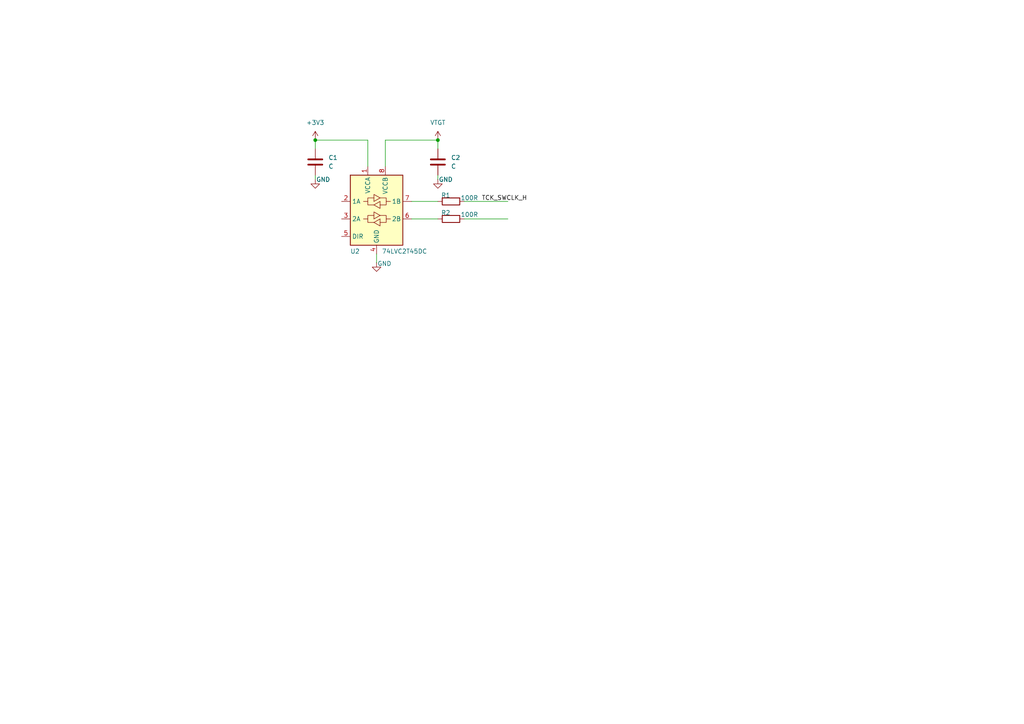
<source format=kicad_sch>
(kicad_sch (version 20231120) (generator "eeschema") (generator_version "8.0")
  (paper "A4")
  (lib_symbols
    (symbol "Device:C" (pin_numbers hide) (pin_names (offset 0.254))
      (property "Reference" "C" (at 0.635 2.54 0))
      (property "Value" "C" (at 0.635 -2.54 0))
      (symbol "C_0_1"
        (polyline (pts (xy -2.032 -0.762) (xy 2.032 -0.762)) (stroke (width 0.508)))
        (polyline (pts (xy -2.032 0.762) (xy 2.032 0.762)) (stroke (width 0.508)))
      )
      (symbol "C_1_1"
        (pin passive line (at 0 3.81 270) (length 2.794) (name "~") (number "1"))
        (pin passive line (at 0 -3.81 90) (length 2.794) (name "~") (number "2"))
      )
    )
    (symbol "Device:R" (pin_numbers hide) (pin_names (offset 0))
      (property "Reference" "R" (at 2.032 0 90))
      (property "Value" "R" (at 0 0 90))
      (symbol "R_0_1"
        (rectangle (start -1.016 -2.54) (end 1.016 2.54) (stroke (width 0.254)))
      )
      (symbol "R_1_1"
        (pin passive line (at 0 3.81 270) (length 1.27) (name "~") (number "1"))
        (pin passive line (at 0 -3.81 90) (length 1.27) (name "~") (number "2"))
      )
    )
    (symbol "Logic_LevelTranslator:74LVC2T45DC"
      (property "Reference" "U" (at 6.35 -11.43 0))
      (property "Value" "74LVC2T45DC" (at 10.16 11.43 0))
      (symbol "74LVC2T45DC_1_1"
        (rectangle (start -7.62 10.16) (end 7.62 -10.16) (stroke (width 0.254)) (fill (type background)))
        (polyline (pts (xy -2.54 -2.54) (xy -2.54 -1.524) (xy -0.762 -1.524)))
        (polyline (pts (xy -2.54 2.54) (xy -2.54 3.556) (xy -0.762 3.556)))
        (polyline (pts (xy 2.794 -2.54) (xy 2.794 -3.556) (xy 1.016 -3.556)))
        (polyline (pts (xy 2.794 2.54) (xy 2.794 1.524) (xy 1.016 1.524)))
        (polyline (pts (xy -0.762 -3.556) (xy -2.54 -3.556) (xy -2.54 -2.54) (xy -3.81 -2.54)))
        (polyline (pts (xy -0.762 -2.54) (xy -0.762 -0.508) (xy 1.016 -1.524) (xy -0.762 -2.54)))
        (polyline (pts (xy -0.762 1.524) (xy -2.54 1.524) (xy -2.54 2.54) (xy -3.81 2.54)))
        (polyline (pts (xy -0.762 2.54) (xy -0.762 4.572) (xy 1.016 3.556) (xy -0.762 2.54)))
        (polyline (pts (xy 1.016 -1.524) (xy 2.794 -1.524) (xy 2.794 -2.54) (xy 4.064 -2.54)))
        (polyline (pts (xy 1.016 3.556) (xy 2.794 3.556) (xy 2.794 2.54) (xy 4.064 2.54)))
        (polyline (pts (xy 1.016 -2.54) (xy 1.016 -4.318) (xy 1.016 -4.572) (xy -0.762 -3.556) (xy 1.016 -2.54)))
        (polyline (pts (xy 1.016 2.54) (xy 1.016 0.762) (xy 1.016 0.508) (xy -0.762 1.524) (xy 1.016 2.54)))
        (pin power_in line (at -2.54 12.7 270) (length 2.54) (name "VCCA") (number "1"))
        (pin bidirectional line (at -10.16 2.54 0) (length 2.54) (name "1A") (number "2"))
        (pin bidirectional line (at -10.16 -2.54 0) (length 2.54) (name "2A") (number "3"))
        (pin power_in line (at 0 -12.7 90) (length 2.54) (name "GND") (number "4"))
        (pin input line (at -10.16 -7.62 0) (length 2.54) (name "DIR") (number "5"))
        (pin bidirectional line (at 10.16 -2.54 180) (length 2.54) (name "2B") (number "6"))
        (pin bidirectional line (at 10.16 2.54 180) (length 2.54) (name "1B") (number "7"))
        (pin power_in line (at 2.54 12.7 270) (length 2.54) (name "VCCB") (number "8"))
      )
    )
    (symbol "power:+3V3" (power) (pin_numbers hide) (pin_names (offset 0) hide)
      (property "Value" "+3V3" (at 0 3.556 0))
      (symbol "+3V3_0_1"
        (polyline (pts (xy -0.762 1.27) (xy 0 2.54)))
        (polyline (pts (xy 0 0) (xy 0 2.54)))
        (polyline (pts (xy 0 2.54) (xy 0.762 1.27)))
      )
      (symbol "+3V3_1_1"
        (pin power_in line (at 0 0 90) (length 0) (name "~") (number "1"))
      )
    )
    (symbol "power:GND" (power) (pin_numbers hide) (pin_names (offset 0) hide)
      (property "Value" "GND" (at 0 -3.81 0))
      (symbol "GND_0_1"
        (polyline (pts (xy 0 0) (xy 0 -1.27) (xy 1.27 -1.27) (xy 0 -2.54) (xy -1.27 -1.27) (xy 0 -1.27)))
      )
      (symbol "GND_1_1"
        (pin power_in line (at 0 0 270) (length 0) (name "~") (number "1"))
      )
    )
  )
  (junction (at 91.44 40.64))
  (junction (at 127 40.64))
  (wire (pts (xy 127 40.64) (xy 127 43.18)))
  (wire (pts (xy 91.44 40.64) (xy 91.44 43.18)))
  (wire (pts (xy 134.62 63.5) (xy 147.32 63.5)))
  (wire (pts (xy 127 40.64) (xy 111.76 40.64)))
  (wire (pts (xy 134.62 58.42) (xy 147.32 58.42)))
  (wire (pts (xy 111.76 40.64) (xy 111.76 48.26)))
  (wire (pts (xy 109.22 73.66) (xy 109.22 76.2)))
  (wire (pts (xy 91.44 50.8) (xy 91.44 52.07)))
  (wire (pts (xy 127 50.8) (xy 127 52.07)))
  (wire (pts (xy 106.68 48.26) (xy 106.68 40.64)))
  (wire (pts (xy 119.38 58.42) (xy 127 58.42)))
  (wire (pts (xy 91.44 40.64) (xy 106.68 40.64)))
  (wire (pts (xy 119.38 63.5) (xy 127 63.5)))
  (label "TCK_SWCLK_H" (at 139.7 58.42 0))
  (symbol (lib_id "Device:C") (at 127 46.99 0) (unit 1)
    (property "Reference" "C2" (at 130.81 45.7199 0) (effects (justify left)))
    (property "Value" "C" (at 130.81 48.2599 0) (effects (justify left)))
    (property "Description" "Unpolarized capacitor" (effects (hide yes)))
  )
  (symbol (lib_id "power:GND") (at 91.44 52.07 0) (unit 1)
    (property "Reference" "#PWR03" (effects (hide yes)))
    (property "Value" "GND" (at 93.726 52.07 0))
    (property "Description" "Power symbol creates a global label with name \"GND\" , ground" (effects (hide yes)))
  )
  (symbol (lib_id "Device:R") (at 130.81 58.42 90) (unit 1)
    (property "Reference" "R1" (at 129.286 56.642 90))
    (property "Value" "100R" (at 136.144 57.404 90))
    (property "Description" "Resistor" (effects (hide yes)))
  )
  (symbol (lib_id "power:GND") (at 127 52.07 0) (unit 1)
    (property "Reference" "#PWR05" (effects (hide yes)))
    (property "Value" "GND" (at 129.286 52.07 0))
    (property "Description" "Power symbol creates a global label with name \"GND\" , ground" (effects (hide yes)))
  )
  (symbol (lib_id "power:+3V3") (at 91.44 40.64 0) (unit 1)
    (property "Reference" "#PWR02" (effects (hide yes)))
    (property "Value" "+3V3" (at 91.44 35.56 0))
    (property "Description" "Power symbol creates a global label with name \"+3V3\"" (effects (hide yes)))
  )
  (symbol (lib_id "Logic_LevelTranslator:74LVC2T45DC") (at 109.22 60.96 0) (unit 1)
    (property "Reference" "U2" (at 101.6 72.898 0) (effects (justify left)))
    (property "Value" "74LVC2T45DC" (at 110.744 72.898 0) (effects (justify left)))
    (property "Footprint" "Package_SO:VSSOP-8_2.3x2mm_P0.5mm" (effects (hide yes)))
    (property "Datasheet" "https://assets.nexperia.com/documents/data-sheet/74LVC_LVCH2T45.pdf" (effects (hide yes)))
    (property "Description" "Dual supply translating transceiver, 3-state, 2-bit, VSSOP-8" (effects (hide yes)))
  )
  (symbol (lib_id "power:GND") (at 109.22 76.2 0) (unit 1)
    (property "Reference" "#PWR01" (effects (hide yes)))
    (property "Value" "GND" (at 111.506 76.454 0))
    (property "Description" "Power symbol creates a global label with name \"GND\" , ground" (effects (hide yes)))
  )
  (symbol (lib_id "Device:C") (at 91.44 46.99 0) (unit 1)
    (property "Reference" "C1" (at 95.25 45.7199 0) (effects (justify left)))
    (property "Value" "C" (at 95.25 48.2599 0) (effects (justify left)))
    (property "Description" "Unpolarized capacitor" (effects (hide yes)))
  )
  (symbol (lib_id "power:+3V3") (at 127 40.64 0) (unit 1)
    (property "Reference" "#PWR04" (effects (hide yes)))
    (property "Value" "VTGT" (at 127 35.56 0))
    (property "Description" "Power symbol creates a global label with name \"+3V3\"" (effects (hide yes)))
  )
  (symbol (lib_id "Device:R") (at 130.81 63.5 90) (unit 1)
    (property "Reference" "R2" (at 129.286 61.722 90))
    (property "Value" "100R" (at 136.144 62.23 90))
    (property "Description" "Resistor" (effects (hide yes)))
  )
)
</source>
